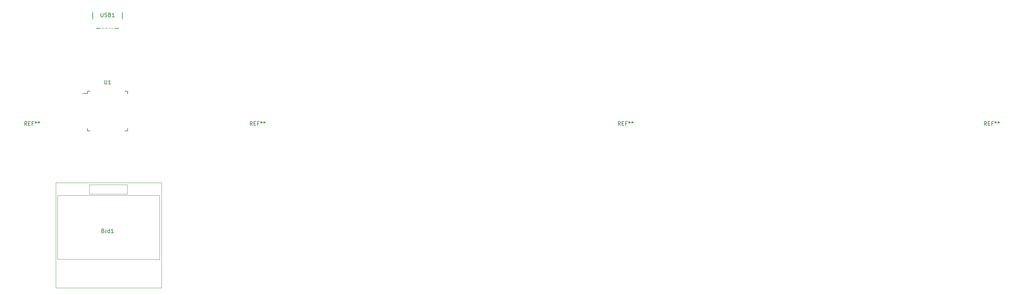
<source format=gto>
%TF.GenerationSoftware,KiCad,Pcbnew,5.1.6*%
%TF.CreationDate,2020-06-22T15:52:36+02:00*%
%TF.ProjectId,cheap_boi,63686561-705f-4626-9f69-2e6b69636164,rev?*%
%TF.SameCoordinates,Original*%
%TF.FileFunction,Legend,Top*%
%TF.FilePolarity,Positive*%
%FSLAX46Y46*%
G04 Gerber Fmt 4.6, Leading zero omitted, Abs format (unit mm)*
G04 Created by KiCad (PCBNEW 5.1.6) date 2020-06-22 15:52:36*
%MOMM*%
%LPD*%
G01*
G04 APERTURE LIST*
%ADD10C,0.120000*%
%ADD11C,0.150000*%
%ADD12C,1.850000*%
%ADD13C,4.087800*%
%ADD14C,5.400000*%
%ADD15O,1.700000X2.100000*%
%ADD16O,1.800000X2.800000*%
%ADD17R,0.600000X2.350000*%
%ADD18R,0.650000X1.600000*%
%ADD19R,1.600000X0.650000*%
G04 APERTURE END LIST*
D10*
%TO.C,Brd1*%
X88193600Y-80562900D02*
X115593600Y-80562900D01*
X115593600Y-80562900D02*
X115593600Y-107862900D01*
X115593600Y-107862900D02*
X88193600Y-107862900D01*
X88193600Y-107862900D02*
X88193600Y-80562900D01*
X111715600Y-100457900D02*
X88615600Y-100457900D01*
X88615600Y-100457900D02*
X88615600Y-83857900D01*
X88615600Y-83857900D02*
X111715600Y-83857900D01*
X96894600Y-81051900D02*
X106673600Y-81051900D01*
X106673600Y-81051900D02*
X106673600Y-83464900D01*
X106673600Y-83464900D02*
X96894600Y-83464900D01*
X96894600Y-81051900D02*
X96894600Y-83464900D01*
X111715600Y-83857900D02*
X114801600Y-83857900D01*
X111715600Y-100457900D02*
X115055600Y-100482900D01*
X115055600Y-100482900D02*
X115055600Y-83845900D01*
X115055600Y-83845900D02*
X114801600Y-83857900D01*
D11*
%TO.C,USB1*%
X105443600Y-40372800D02*
X97743600Y-40372800D01*
X97743600Y-34922800D02*
X97743600Y-40372800D01*
X105443600Y-34922800D02*
X105443600Y-40372800D01*
%TO.C,U1*%
X96418600Y-56733600D02*
X96418600Y-57308600D01*
X106768600Y-56733600D02*
X106768600Y-57408600D01*
X106768600Y-67083600D02*
X106768600Y-66408600D01*
X96418600Y-67083600D02*
X96418600Y-66408600D01*
X96418600Y-56733600D02*
X97093600Y-56733600D01*
X96418600Y-67083600D02*
X97093600Y-67083600D01*
X106768600Y-67083600D02*
X106093600Y-67083600D01*
X106768600Y-56733600D02*
X106093600Y-56733600D01*
X96418600Y-57308600D02*
X95143600Y-57308600D01*
%TO.C,REF\u002A\u002A*%
X329666666Y-65652380D02*
X329333333Y-65176190D01*
X329095238Y-65652380D02*
X329095238Y-64652380D01*
X329476190Y-64652380D01*
X329571428Y-64700000D01*
X329619047Y-64747619D01*
X329666666Y-64842857D01*
X329666666Y-64985714D01*
X329619047Y-65080952D01*
X329571428Y-65128571D01*
X329476190Y-65176190D01*
X329095238Y-65176190D01*
X330095238Y-65128571D02*
X330428571Y-65128571D01*
X330571428Y-65652380D02*
X330095238Y-65652380D01*
X330095238Y-64652380D01*
X330571428Y-64652380D01*
X331333333Y-65128571D02*
X331000000Y-65128571D01*
X331000000Y-65652380D02*
X331000000Y-64652380D01*
X331476190Y-64652380D01*
X332000000Y-64652380D02*
X332000000Y-64890476D01*
X331761904Y-64795238D02*
X332000000Y-64890476D01*
X332238095Y-64795238D01*
X331857142Y-65080952D02*
X332000000Y-64890476D01*
X332142857Y-65080952D01*
X332761904Y-64652380D02*
X332761904Y-64890476D01*
X332523809Y-64795238D02*
X332761904Y-64890476D01*
X333000000Y-64795238D01*
X332619047Y-65080952D02*
X332761904Y-64890476D01*
X332904761Y-65080952D01*
X234666666Y-65652380D02*
X234333333Y-65176190D01*
X234095238Y-65652380D02*
X234095238Y-64652380D01*
X234476190Y-64652380D01*
X234571428Y-64700000D01*
X234619047Y-64747619D01*
X234666666Y-64842857D01*
X234666666Y-64985714D01*
X234619047Y-65080952D01*
X234571428Y-65128571D01*
X234476190Y-65176190D01*
X234095238Y-65176190D01*
X235095238Y-65128571D02*
X235428571Y-65128571D01*
X235571428Y-65652380D02*
X235095238Y-65652380D01*
X235095238Y-64652380D01*
X235571428Y-64652380D01*
X236333333Y-65128571D02*
X236000000Y-65128571D01*
X236000000Y-65652380D02*
X236000000Y-64652380D01*
X236476190Y-64652380D01*
X237000000Y-64652380D02*
X237000000Y-64890476D01*
X236761904Y-64795238D02*
X237000000Y-64890476D01*
X237238095Y-64795238D01*
X236857142Y-65080952D02*
X237000000Y-64890476D01*
X237142857Y-65080952D01*
X237761904Y-64652380D02*
X237761904Y-64890476D01*
X237523809Y-64795238D02*
X237761904Y-64890476D01*
X238000000Y-64795238D01*
X237619047Y-65080952D02*
X237761904Y-64890476D01*
X237904761Y-65080952D01*
X139166666Y-65652380D02*
X138833333Y-65176190D01*
X138595238Y-65652380D02*
X138595238Y-64652380D01*
X138976190Y-64652380D01*
X139071428Y-64700000D01*
X139119047Y-64747619D01*
X139166666Y-64842857D01*
X139166666Y-64985714D01*
X139119047Y-65080952D01*
X139071428Y-65128571D01*
X138976190Y-65176190D01*
X138595238Y-65176190D01*
X139595238Y-65128571D02*
X139928571Y-65128571D01*
X140071428Y-65652380D02*
X139595238Y-65652380D01*
X139595238Y-64652380D01*
X140071428Y-64652380D01*
X140833333Y-65128571D02*
X140500000Y-65128571D01*
X140500000Y-65652380D02*
X140500000Y-64652380D01*
X140976190Y-64652380D01*
X141500000Y-64652380D02*
X141500000Y-64890476D01*
X141261904Y-64795238D02*
X141500000Y-64890476D01*
X141738095Y-64795238D01*
X141357142Y-65080952D02*
X141500000Y-64890476D01*
X141642857Y-65080952D01*
X142261904Y-64652380D02*
X142261904Y-64890476D01*
X142023809Y-64795238D02*
X142261904Y-64890476D01*
X142500000Y-64795238D01*
X142119047Y-65080952D02*
X142261904Y-64890476D01*
X142404761Y-65080952D01*
X80666666Y-65652380D02*
X80333333Y-65176190D01*
X80095238Y-65652380D02*
X80095238Y-64652380D01*
X80476190Y-64652380D01*
X80571428Y-64700000D01*
X80619047Y-64747619D01*
X80666666Y-64842857D01*
X80666666Y-64985714D01*
X80619047Y-65080952D01*
X80571428Y-65128571D01*
X80476190Y-65176190D01*
X80095238Y-65176190D01*
X81095238Y-65128571D02*
X81428571Y-65128571D01*
X81571428Y-65652380D02*
X81095238Y-65652380D01*
X81095238Y-64652380D01*
X81571428Y-64652380D01*
X82333333Y-65128571D02*
X82000000Y-65128571D01*
X82000000Y-65652380D02*
X82000000Y-64652380D01*
X82476190Y-64652380D01*
X83000000Y-64652380D02*
X83000000Y-64890476D01*
X82761904Y-64795238D02*
X83000000Y-64890476D01*
X83238095Y-64795238D01*
X82857142Y-65080952D02*
X83000000Y-64890476D01*
X83142857Y-65080952D01*
X83761904Y-64652380D02*
X83761904Y-64890476D01*
X83523809Y-64795238D02*
X83761904Y-64890476D01*
X84000000Y-64795238D01*
X83619047Y-65080952D02*
X83761904Y-64890476D01*
X83904761Y-65080952D01*
%TO.C,Brd1*%
X100426933Y-93045471D02*
X100569790Y-93093090D01*
X100617409Y-93140709D01*
X100665028Y-93235947D01*
X100665028Y-93378804D01*
X100617409Y-93474042D01*
X100569790Y-93521661D01*
X100474552Y-93569280D01*
X100093600Y-93569280D01*
X100093600Y-92569280D01*
X100426933Y-92569280D01*
X100522171Y-92616900D01*
X100569790Y-92664519D01*
X100617409Y-92759757D01*
X100617409Y-92854995D01*
X100569790Y-92950233D01*
X100522171Y-92997852D01*
X100426933Y-93045471D01*
X100093600Y-93045471D01*
X101093600Y-93569280D02*
X101093600Y-92902614D01*
X101093600Y-93093090D02*
X101141219Y-92997852D01*
X101188838Y-92950233D01*
X101284076Y-92902614D01*
X101379314Y-92902614D01*
X102141219Y-93569280D02*
X102141219Y-92569280D01*
X102141219Y-93521661D02*
X102045980Y-93569280D01*
X101855504Y-93569280D01*
X101760266Y-93521661D01*
X101712647Y-93474042D01*
X101665028Y-93378804D01*
X101665028Y-93093090D01*
X101712647Y-92997852D01*
X101760266Y-92950233D01*
X101855504Y-92902614D01*
X102045980Y-92902614D01*
X102141219Y-92950233D01*
X103141219Y-93569280D02*
X102569790Y-93569280D01*
X102855504Y-93569280D02*
X102855504Y-92569280D01*
X102760266Y-92712138D01*
X102665028Y-92807376D01*
X102569790Y-92854995D01*
%TO.C,USB1*%
X99855504Y-36407180D02*
X99855504Y-37216704D01*
X99903123Y-37311942D01*
X99950742Y-37359561D01*
X100045980Y-37407180D01*
X100236457Y-37407180D01*
X100331695Y-37359561D01*
X100379314Y-37311942D01*
X100426933Y-37216704D01*
X100426933Y-36407180D01*
X100855504Y-37359561D02*
X100998361Y-37407180D01*
X101236457Y-37407180D01*
X101331695Y-37359561D01*
X101379314Y-37311942D01*
X101426933Y-37216704D01*
X101426933Y-37121466D01*
X101379314Y-37026228D01*
X101331695Y-36978609D01*
X101236457Y-36930990D01*
X101045980Y-36883371D01*
X100950742Y-36835752D01*
X100903123Y-36788133D01*
X100855504Y-36692895D01*
X100855504Y-36597657D01*
X100903123Y-36502419D01*
X100950742Y-36454800D01*
X101045980Y-36407180D01*
X101284076Y-36407180D01*
X101426933Y-36454800D01*
X102188838Y-36883371D02*
X102331695Y-36930990D01*
X102379314Y-36978609D01*
X102426933Y-37073847D01*
X102426933Y-37216704D01*
X102379314Y-37311942D01*
X102331695Y-37359561D01*
X102236457Y-37407180D01*
X101855504Y-37407180D01*
X101855504Y-36407180D01*
X102188838Y-36407180D01*
X102284076Y-36454800D01*
X102331695Y-36502419D01*
X102379314Y-36597657D01*
X102379314Y-36692895D01*
X102331695Y-36788133D01*
X102284076Y-36835752D01*
X102188838Y-36883371D01*
X101855504Y-36883371D01*
X103379314Y-37407180D02*
X102807885Y-37407180D01*
X103093600Y-37407180D02*
X103093600Y-36407180D01*
X102998361Y-36550038D01*
X102903123Y-36645276D01*
X102807885Y-36692895D01*
%TO.C,U1*%
X100831695Y-53910980D02*
X100831695Y-54720504D01*
X100879314Y-54815742D01*
X100926933Y-54863361D01*
X101022171Y-54910980D01*
X101212647Y-54910980D01*
X101307885Y-54863361D01*
X101355504Y-54815742D01*
X101403123Y-54720504D01*
X101403123Y-53910980D01*
X102403123Y-54910980D02*
X101831695Y-54910980D01*
X102117409Y-54910980D02*
X102117409Y-53910980D01*
X102022171Y-54053838D01*
X101926933Y-54149076D01*
X101831695Y-54196695D01*
%TD*%
%LPC*%
D12*
%TO.C,MX0C1*%
X345598750Y-42862500D03*
X335438750Y-42862500D03*
D13*
X340518750Y-42862500D03*
%TD*%
D14*
%TO.C,REF\u002A\u002A*%
X331000000Y-71500000D03*
%TD*%
%TO.C,REF\u002A\u002A*%
X236000000Y-71500000D03*
%TD*%
%TO.C,REF\u002A\u002A*%
X140500000Y-71500000D03*
%TD*%
%TO.C,REF\u002A\u002A*%
X82000000Y-71500000D03*
%TD*%
D15*
%TO.C,Brd1*%
X100513600Y-82262900D03*
X97973600Y-82262900D03*
X103053600Y-82262900D03*
X105593600Y-82262900D03*
%TD*%
D12*
%TO.C,MX15*%
X212248750Y-61912500D03*
X202088750Y-61912500D03*
D13*
X207168750Y-61912500D03*
%TD*%
D16*
%TO.C,USB1*%
X105243600Y-34922800D03*
X97943600Y-34922800D03*
X97943600Y-39422800D03*
X105243600Y-39422800D03*
D17*
X103193600Y-39422800D03*
X102393600Y-39422800D03*
X101593600Y-39422800D03*
X100793600Y-39422800D03*
X99993600Y-39422800D03*
%TD*%
D18*
%TO.C,U1*%
X97593600Y-56208600D03*
X98393600Y-56208600D03*
X99193600Y-56208600D03*
X99993600Y-56208600D03*
X100793600Y-56208600D03*
X101593600Y-56208600D03*
X102393600Y-56208600D03*
X103193600Y-56208600D03*
X103993600Y-56208600D03*
X104793600Y-56208600D03*
X105593600Y-56208600D03*
D19*
X107293600Y-57908600D03*
X107293600Y-58708600D03*
X107293600Y-59508600D03*
X107293600Y-60308600D03*
X107293600Y-61108600D03*
X107293600Y-61908600D03*
X107293600Y-62708600D03*
X107293600Y-63508600D03*
X107293600Y-64308600D03*
X107293600Y-65108600D03*
X107293600Y-65908600D03*
D18*
X105593600Y-67608600D03*
X104793600Y-67608600D03*
X103993600Y-67608600D03*
X103193600Y-67608600D03*
X102393600Y-67608600D03*
X101593600Y-67608600D03*
X100793600Y-67608600D03*
X99993600Y-67608600D03*
X99193600Y-67608600D03*
X98393600Y-67608600D03*
X97593600Y-67608600D03*
D19*
X95893600Y-65908600D03*
X95893600Y-65108600D03*
X95893600Y-64308600D03*
X95893600Y-63508600D03*
X95893600Y-62708600D03*
X95893600Y-61908600D03*
X95893600Y-61108600D03*
X95893600Y-60308600D03*
X95893600Y-59508600D03*
X95893600Y-58708600D03*
X95893600Y-57908600D03*
%TD*%
D12*
%TO.C,MX3C1*%
X345598750Y-100012500D03*
X335438750Y-100012500D03*
D13*
X340518750Y-100012500D03*
%TD*%
D12*
%TO.C,MX3B1*%
X326548750Y-100012500D03*
X316388750Y-100012500D03*
D13*
X321468750Y-100012500D03*
%TD*%
D12*
%TO.C,MX3A1*%
X307498750Y-100012500D03*
X297338750Y-100012500D03*
D13*
X302418750Y-100012500D03*
%TD*%
D12*
%TO.C,MX2C1*%
X345598750Y-80962500D03*
X335438750Y-80962500D03*
D13*
X340518750Y-80962500D03*
%TD*%
D12*
%TO.C,MX2B1*%
X326548750Y-80962500D03*
X316388750Y-80962500D03*
D13*
X321468750Y-80962500D03*
%TD*%
D12*
%TO.C,MX2A1*%
X307498750Y-80962500D03*
X297338750Y-80962500D03*
D13*
X302418750Y-80962500D03*
%TD*%
D12*
%TO.C,MX1C1*%
X345598750Y-61912500D03*
X335438750Y-61912500D03*
D13*
X340518750Y-61912500D03*
%TD*%
D12*
%TO.C,MX1B1*%
X326548750Y-61912500D03*
X316388750Y-61912500D03*
D13*
X321468750Y-61912500D03*
%TD*%
D12*
%TO.C,MX1A1*%
X307498750Y-61912500D03*
X297338750Y-61912500D03*
D13*
X302418750Y-61912500D03*
%TD*%
D12*
%TO.C,MX0B1*%
X326548750Y-42862500D03*
X316388750Y-42862500D03*
D13*
X321468750Y-42862500D03*
%TD*%
D12*
%TO.C,MX0A1*%
X307498750Y-42862500D03*
X297338750Y-42862500D03*
D13*
X302418750Y-42862500D03*
%TD*%
D12*
%TO.C,MX39*%
X288448750Y-100012500D03*
X278288750Y-100012500D03*
D13*
X283368750Y-100012500D03*
%TD*%
D12*
%TO.C,MX38*%
X269398750Y-100012500D03*
X259238750Y-100012500D03*
D13*
X264318750Y-100012500D03*
%TD*%
D12*
%TO.C,MX37*%
X250348750Y-100012500D03*
X240188750Y-100012500D03*
D13*
X245268750Y-100012500D03*
%TD*%
D12*
%TO.C,MX36*%
X231298750Y-100012500D03*
X221138750Y-100012500D03*
D13*
X226218750Y-100012500D03*
%TD*%
D12*
%TO.C,MX35*%
X212248750Y-100012500D03*
X202088750Y-100012500D03*
D13*
X207168750Y-100012500D03*
%TD*%
D12*
%TO.C,MX34*%
X193198750Y-100012500D03*
X183038750Y-100012500D03*
D13*
X188118750Y-100012500D03*
%TD*%
D12*
%TO.C,MX33*%
X174148750Y-100012500D03*
X163988750Y-100012500D03*
D13*
X169068750Y-100012500D03*
%TD*%
D12*
%TO.C,MX32*%
X155098750Y-100012500D03*
X144938750Y-100012500D03*
D13*
X150018750Y-100012500D03*
%TD*%
D12*
%TO.C,MX31*%
X136048750Y-100012500D03*
X125888750Y-100012500D03*
D13*
X130968750Y-100012500D03*
%TD*%
D12*
%TO.C,MX30*%
X77311250Y-100012500D03*
X67151250Y-100012500D03*
D13*
X72231250Y-100012500D03*
%TD*%
D12*
%TO.C,MX29*%
X288448750Y-80962500D03*
X278288750Y-80962500D03*
D13*
X283368750Y-80962500D03*
%TD*%
D12*
%TO.C,MX28*%
X269398750Y-80962500D03*
X259238750Y-80962500D03*
D13*
X264318750Y-80962500D03*
%TD*%
D12*
%TO.C,MX27*%
X250348750Y-80962500D03*
X240188750Y-80962500D03*
D13*
X245268750Y-80962500D03*
%TD*%
D12*
%TO.C,MX26*%
X231298750Y-80962500D03*
X221138750Y-80962500D03*
D13*
X226218750Y-80962500D03*
%TD*%
D12*
%TO.C,MX25*%
X212248750Y-80962500D03*
X202088750Y-80962500D03*
D13*
X207168750Y-80962500D03*
%TD*%
D12*
%TO.C,MX24*%
X193198750Y-80962500D03*
X183038750Y-80962500D03*
D13*
X188118750Y-80962500D03*
%TD*%
D12*
%TO.C,MX23*%
X174148750Y-80962500D03*
X163988750Y-80962500D03*
D13*
X169068750Y-80962500D03*
%TD*%
D12*
%TO.C,MX22*%
X155098750Y-80962500D03*
X144938750Y-80962500D03*
D13*
X150018750Y-80962500D03*
%TD*%
D12*
%TO.C,MX21*%
X136048750Y-80962500D03*
X125888750Y-80962500D03*
D13*
X130968750Y-80962500D03*
%TD*%
D12*
%TO.C,MX20*%
X77311250Y-80962500D03*
X67151250Y-80962500D03*
D13*
X72231250Y-80962500D03*
%TD*%
D12*
%TO.C,MX19*%
X288448750Y-61912500D03*
X278288750Y-61912500D03*
D13*
X283368750Y-61912500D03*
%TD*%
D12*
%TO.C,MX18*%
X269398750Y-61912500D03*
X259238750Y-61912500D03*
D13*
X264318750Y-61912500D03*
%TD*%
D12*
%TO.C,MX17*%
X250348750Y-61912500D03*
X240188750Y-61912500D03*
D13*
X245268750Y-61912500D03*
%TD*%
D12*
%TO.C,MX16*%
X231298750Y-61912500D03*
X221138750Y-61912500D03*
D13*
X226218750Y-61912500D03*
%TD*%
D12*
%TO.C,MX14*%
X193198750Y-61912500D03*
X183038750Y-61912500D03*
D13*
X188118750Y-61912500D03*
%TD*%
D12*
%TO.C,MX13*%
X174148750Y-61912500D03*
X163988750Y-61912500D03*
D13*
X169068750Y-61912500D03*
%TD*%
D12*
%TO.C,MX12*%
X155098750Y-61912500D03*
X144938750Y-61912500D03*
D13*
X150018750Y-61912500D03*
%TD*%
D12*
%TO.C,MX11*%
X136048750Y-61912500D03*
X125888750Y-61912500D03*
D13*
X130968750Y-61912500D03*
%TD*%
D12*
%TO.C,MX10*%
X77311250Y-61912500D03*
X67151250Y-61912500D03*
D13*
X72231250Y-61912500D03*
%TD*%
D12*
%TO.C,MX9*%
X288448750Y-42862500D03*
X278288750Y-42862500D03*
D13*
X283368750Y-42862500D03*
%TD*%
D12*
%TO.C,MX8*%
X269398750Y-42862500D03*
X259238750Y-42862500D03*
D13*
X264318750Y-42862500D03*
%TD*%
D12*
%TO.C,MX7*%
X250348750Y-42862500D03*
X240188750Y-42862500D03*
D13*
X245268750Y-42862500D03*
%TD*%
D12*
%TO.C,MX6*%
X231298750Y-42862500D03*
X221138750Y-42862500D03*
D13*
X226218750Y-42862500D03*
%TD*%
D12*
%TO.C,MX5*%
X212248750Y-42862500D03*
X202088750Y-42862500D03*
D13*
X207168750Y-42862500D03*
%TD*%
D12*
%TO.C,MX4*%
X193198750Y-42862500D03*
X183038750Y-42862500D03*
D13*
X188118750Y-42862500D03*
%TD*%
D12*
%TO.C,MX3*%
X174148750Y-42862500D03*
X163988750Y-42862500D03*
D13*
X169068750Y-42862500D03*
%TD*%
D12*
%TO.C,MX2*%
X155098750Y-42862500D03*
X144938750Y-42862500D03*
D13*
X150018750Y-42862500D03*
%TD*%
D12*
%TO.C,MX1*%
X136048750Y-42862500D03*
X125888750Y-42862500D03*
D13*
X130968750Y-42862500D03*
%TD*%
D12*
%TO.C,MX0*%
X77311250Y-42862500D03*
X67151250Y-42862500D03*
D13*
X72231250Y-42862500D03*
%TD*%
M02*

</source>
